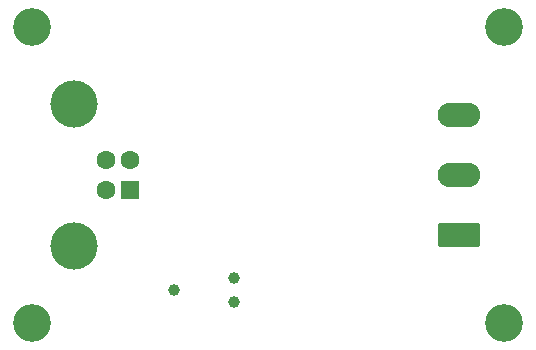
<source format=gbr>
%TF.GenerationSoftware,KiCad,Pcbnew,(6.0.0)*%
%TF.CreationDate,2022-06-11T23:43:57+12:00*%
%TF.ProjectId,Canmaster_HW,43616e6d-6173-4746-9572-5f48572e6b69,rev?*%
%TF.SameCoordinates,Original*%
%TF.FileFunction,Soldermask,Bot*%
%TF.FilePolarity,Negative*%
%FSLAX46Y46*%
G04 Gerber Fmt 4.6, Leading zero omitted, Abs format (unit mm)*
G04 Created by KiCad (PCBNEW (6.0.0)) date 2022-06-11 23:43:57*
%MOMM*%
%LPD*%
G01*
G04 APERTURE LIST*
G04 Aperture macros list*
%AMRoundRect*
0 Rectangle with rounded corners*
0 $1 Rounding radius*
0 $2 $3 $4 $5 $6 $7 $8 $9 X,Y pos of 4 corners*
0 Add a 4 corners polygon primitive as box body*
4,1,4,$2,$3,$4,$5,$6,$7,$8,$9,$2,$3,0*
0 Add four circle primitives for the rounded corners*
1,1,$1+$1,$2,$3*
1,1,$1+$1,$4,$5*
1,1,$1+$1,$6,$7*
1,1,$1+$1,$8,$9*
0 Add four rect primitives between the rounded corners*
20,1,$1+$1,$2,$3,$4,$5,0*
20,1,$1+$1,$4,$5,$6,$7,0*
20,1,$1+$1,$6,$7,$8,$9,0*
20,1,$1+$1,$8,$9,$2,$3,0*%
G04 Aperture macros list end*
%ADD10R,1.600000X1.600000*%
%ADD11C,1.600000*%
%ADD12C,4.000000*%
%ADD13C,3.200000*%
%ADD14C,0.990600*%
%ADD15RoundRect,0.249999X1.550001X-0.790001X1.550001X0.790001X-1.550001X0.790001X-1.550001X-0.790001X0*%
%ADD16O,3.600000X2.080000*%
G04 APERTURE END LIST*
D10*
%TO.C,J1*%
X88310000Y-73750000D03*
D11*
X88310000Y-71250000D03*
X86310000Y-71250000D03*
X86310000Y-73750000D03*
D12*
X83600000Y-78500000D03*
X83600000Y-66500000D03*
%TD*%
D13*
%TO.C,M1*%
X80000000Y-85000000D03*
%TD*%
D14*
%TO.C,J2*%
X97170000Y-81219000D03*
X97170000Y-83251000D03*
X92090000Y-82235000D03*
%TD*%
D13*
%TO.C,M4*%
X120000000Y-85000000D03*
%TD*%
%TO.C,M2*%
X80000000Y-60000000D03*
%TD*%
D15*
%TO.C,J3*%
X116222500Y-77580000D03*
D16*
X116222500Y-72500000D03*
X116222500Y-67420000D03*
%TD*%
D13*
%TO.C,M3*%
X120000000Y-60000000D03*
%TD*%
M02*

</source>
